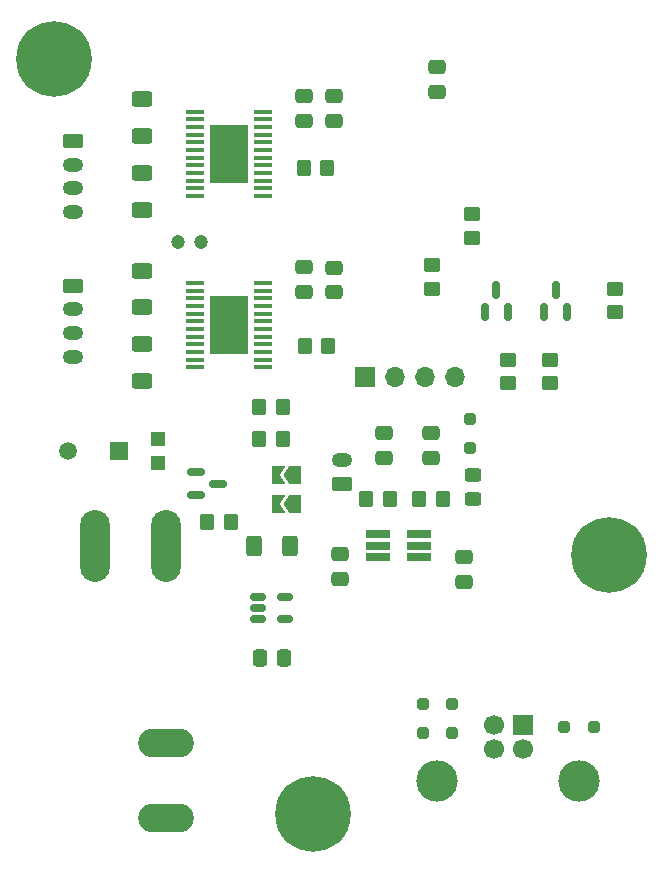
<source format=gbs>
G04 #@! TF.GenerationSoftware,KiCad,Pcbnew,8.0.5+dfsg-1*
G04 #@! TF.CreationDate,2025-08-13T00:48:16+00:00*
G04 #@! TF.ProjectId,telescope,74656c65-7363-46f7-9065-2e6b69636164,rev?*
G04 #@! TF.SameCoordinates,Original*
G04 #@! TF.FileFunction,Soldermask,Bot*
G04 #@! TF.FilePolarity,Negative*
%FSLAX46Y46*%
G04 Gerber Fmt 4.6, Leading zero omitted, Abs format (unit mm)*
G04 Created by KiCad (PCBNEW 8.0.5+dfsg-1) date 2025-08-13 00:48:16*
%MOMM*%
%LPD*%
G01*
G04 APERTURE LIST*
G04 Aperture macros list*
%AMRoundRect*
0 Rectangle with rounded corners*
0 $1 Rounding radius*
0 $2 $3 $4 $5 $6 $7 $8 $9 X,Y pos of 4 corners*
0 Add a 4 corners polygon primitive as box body*
4,1,4,$2,$3,$4,$5,$6,$7,$8,$9,$2,$3,0*
0 Add four circle primitives for the rounded corners*
1,1,$1+$1,$2,$3*
1,1,$1+$1,$4,$5*
1,1,$1+$1,$6,$7*
1,1,$1+$1,$8,$9*
0 Add four rect primitives between the rounded corners*
20,1,$1+$1,$2,$3,$4,$5,0*
20,1,$1+$1,$4,$5,$6,$7,0*
20,1,$1+$1,$6,$7,$8,$9,0*
20,1,$1+$1,$8,$9,$2,$3,0*%
%AMFreePoly0*
4,1,6,0.500000,-0.750000,-0.650000,-0.750000,-0.150000,0.000000,-0.650000,0.750000,0.500000,0.750000,0.500000,-0.750000,0.500000,-0.750000,$1*%
%AMFreePoly1*
4,1,6,1.000000,0.000000,0.500000,-0.750000,-0.500000,-0.750000,-0.500000,0.750000,0.500000,0.750000,1.000000,0.000000,1.000000,0.000000,$1*%
G04 Aperture macros list end*
%ADD10C,6.400000*%
%ADD11O,4.704000X2.454000*%
%ADD12O,2.500000X6.100000*%
%ADD13C,1.200000*%
%ADD14RoundRect,0.250000X-0.625000X0.350000X-0.625000X-0.350000X0.625000X-0.350000X0.625000X0.350000X0*%
%ADD15O,1.750000X1.200000*%
%ADD16R,1.700000X1.700000*%
%ADD17C,1.700000*%
%ADD18C,3.500000*%
%ADD19O,1.700000X1.700000*%
%ADD20RoundRect,0.250000X-0.625000X0.400000X-0.625000X-0.400000X0.625000X-0.400000X0.625000X0.400000X0*%
%ADD21RoundRect,0.250000X0.475000X-0.337500X0.475000X0.337500X-0.475000X0.337500X-0.475000X-0.337500X0*%
%ADD22RoundRect,0.250000X0.625000X-0.400000X0.625000X0.400000X-0.625000X0.400000X-0.625000X-0.400000X0*%
%ADD23RoundRect,0.250000X-0.475000X0.337500X-0.475000X-0.337500X0.475000X-0.337500X0.475000X0.337500X0*%
%ADD24R,2.000000X0.650000*%
%ADD25FreePoly0,180.000000*%
%ADD26FreePoly1,180.000000*%
%ADD27RoundRect,0.250000X-0.350000X-0.450000X0.350000X-0.450000X0.350000X0.450000X-0.350000X0.450000X0*%
%ADD28RoundRect,0.150000X-0.512500X-0.150000X0.512500X-0.150000X0.512500X0.150000X-0.512500X0.150000X0*%
%ADD29RoundRect,0.250000X0.450000X-0.350000X0.450000X0.350000X-0.450000X0.350000X-0.450000X-0.350000X0*%
%ADD30R,3.200000X5.000000*%
%ADD31RoundRect,0.100000X0.650000X0.100000X-0.650000X0.100000X-0.650000X-0.100000X0.650000X-0.100000X0*%
%ADD32RoundRect,0.150000X0.150000X-0.587500X0.150000X0.587500X-0.150000X0.587500X-0.150000X-0.587500X0*%
%ADD33RoundRect,0.250000X-0.337500X-0.475000X0.337500X-0.475000X0.337500X0.475000X-0.337500X0.475000X0*%
%ADD34RoundRect,0.250000X-0.250000X-0.250000X0.250000X-0.250000X0.250000X0.250000X-0.250000X0.250000X0*%
%ADD35C,1.500000*%
%ADD36RoundRect,0.250000X0.450000X-0.325000X0.450000X0.325000X-0.450000X0.325000X-0.450000X-0.325000X0*%
%ADD37RoundRect,0.250000X0.350000X0.450000X-0.350000X0.450000X-0.350000X-0.450000X0.350000X-0.450000X0*%
%ADD38RoundRect,0.250000X0.250000X-0.250000X0.250000X0.250000X-0.250000X0.250000X-0.250000X-0.250000X0*%
%ADD39R,1.200000X1.200000*%
%ADD40R,1.500000X1.600000*%
%ADD41RoundRect,0.150000X-0.587500X-0.150000X0.587500X-0.150000X0.587500X0.150000X-0.587500X0.150000X0*%
%ADD42RoundRect,0.250000X0.250000X0.250000X-0.250000X0.250000X-0.250000X-0.250000X0.250000X-0.250000X0*%
%ADD43RoundRect,0.250000X-0.400000X-0.625000X0.400000X-0.625000X0.400000X0.625000X-0.400000X0.625000X0*%
%ADD44RoundRect,0.250000X0.625000X-0.350000X0.625000X0.350000X-0.625000X0.350000X-0.625000X-0.350000X0*%
G04 APERTURE END LIST*
D10*
X231000000Y-127000000D03*
D11*
X193480000Y-142990000D03*
X193480000Y-149290000D03*
D12*
X187480000Y-126290000D03*
X193480000Y-126290000D03*
D10*
X184000000Y-85000000D03*
D13*
X196500000Y-100500000D03*
X194500000Y-100500000D03*
D10*
X206000000Y-149000000D03*
D14*
X185675000Y-92000000D03*
D15*
X185675000Y-94000000D03*
X185675000Y-96000000D03*
X185675000Y-98000000D03*
D16*
X223750000Y-141422500D03*
D17*
X221250000Y-141422500D03*
X221250000Y-143422500D03*
X223750000Y-143422500D03*
D18*
X228520000Y-146132500D03*
X216480000Y-146132500D03*
D16*
X210380000Y-112000000D03*
D19*
X212920000Y-112000000D03*
X215460000Y-112000000D03*
X218000000Y-112000000D03*
D14*
X185675000Y-104245000D03*
D15*
X185675000Y-106245000D03*
X185675000Y-108245000D03*
X185675000Y-110245000D03*
D20*
X191500000Y-88450000D03*
X191500000Y-91550000D03*
D21*
X211980000Y-118810168D03*
X211980000Y-116735168D03*
D22*
X191500000Y-112300000D03*
X191500000Y-109200000D03*
D23*
X205175000Y-88207500D03*
X205175000Y-90282500D03*
D24*
X211480000Y-127190000D03*
X211480000Y-126240000D03*
X211480000Y-125290000D03*
X214900000Y-125290000D03*
X214900000Y-126240000D03*
X214900000Y-127190000D03*
D25*
X203000000Y-120250000D03*
D26*
X204450000Y-120250000D03*
D20*
X191500000Y-102950000D03*
X191500000Y-106050000D03*
D21*
X215980000Y-118810168D03*
X215980000Y-116735168D03*
D27*
X197000000Y-124250000D03*
X199000000Y-124250000D03*
X201400000Y-117250000D03*
X203400000Y-117250000D03*
D28*
X201342500Y-132490000D03*
X201342500Y-131540000D03*
X201342500Y-130590000D03*
X203617500Y-130590000D03*
X203617500Y-132490000D03*
D22*
X191500000Y-97800000D03*
X191500000Y-94700000D03*
D23*
X216500000Y-85725000D03*
X216500000Y-87800000D03*
D29*
X219400000Y-100200000D03*
X219400000Y-98200000D03*
D30*
X198875000Y-107575000D03*
D31*
X196000000Y-104000000D03*
X196000000Y-104650000D03*
X196000000Y-105300000D03*
X196000000Y-105950000D03*
X196000000Y-106600000D03*
X196000000Y-107250000D03*
X196000000Y-107900000D03*
X196000000Y-108550000D03*
X196000000Y-109200000D03*
X196000000Y-109850000D03*
X196000000Y-110500000D03*
X196000000Y-111150000D03*
X201750000Y-111150000D03*
X201750000Y-110500000D03*
X201750000Y-109850000D03*
X201750000Y-109200000D03*
X201750000Y-108550000D03*
X201750000Y-107900000D03*
X201750000Y-107250000D03*
X201750000Y-106600000D03*
X201750000Y-105950000D03*
X201750000Y-105300000D03*
X201750000Y-104650000D03*
X201750000Y-104000000D03*
D32*
X227450000Y-106437500D03*
X225550000Y-106437500D03*
X226500000Y-104562500D03*
D21*
X207750000Y-104787500D03*
X207750000Y-102712500D03*
D29*
X216000000Y-104500000D03*
X216000000Y-102500000D03*
D33*
X201462500Y-135750000D03*
X203537500Y-135750000D03*
D21*
X208250000Y-129037500D03*
X208250000Y-126962500D03*
D34*
X215250000Y-139622668D03*
X217750000Y-139622668D03*
D35*
X185250000Y-118250000D03*
D32*
X222450000Y-106500000D03*
X220550000Y-106500000D03*
X221500000Y-104625000D03*
D30*
X198875000Y-93075000D03*
D31*
X196000000Y-89500000D03*
X196000000Y-90150000D03*
X196000000Y-90800000D03*
X196000000Y-91450000D03*
X196000000Y-92100000D03*
X196000000Y-92750000D03*
X196000000Y-93400000D03*
X196000000Y-94050000D03*
X196000000Y-94700000D03*
X196000000Y-95350000D03*
X196000000Y-96000000D03*
X196000000Y-96650000D03*
X201750000Y-96650000D03*
X201750000Y-96000000D03*
X201750000Y-95350000D03*
X201750000Y-94700000D03*
X201750000Y-94050000D03*
X201750000Y-93400000D03*
X201750000Y-92750000D03*
X201750000Y-92100000D03*
X201750000Y-91450000D03*
X201750000Y-90800000D03*
X201750000Y-90150000D03*
X201750000Y-89500000D03*
D36*
X219480000Y-122315000D03*
X219480000Y-120265000D03*
D37*
X203400000Y-114500000D03*
X201400000Y-114500000D03*
D34*
X215250000Y-142122668D03*
X217750000Y-142122668D03*
D29*
X226000000Y-112500000D03*
X226000000Y-110500000D03*
D27*
X205250000Y-109379900D03*
X207250000Y-109379900D03*
D26*
X204450000Y-122750000D03*
D25*
X203000000Y-122750000D03*
D38*
X219250000Y-118000000D03*
X219250000Y-115500000D03*
D23*
X205175000Y-102670000D03*
X205175000Y-104745000D03*
D37*
X214980000Y-122290000D03*
X216980000Y-122290000D03*
D39*
X192800000Y-117250000D03*
D40*
X189550000Y-118250000D03*
D39*
X192800000Y-119250000D03*
D27*
X205175000Y-94245000D03*
X207175000Y-94245000D03*
D41*
X196062500Y-121950000D03*
X196062500Y-120050000D03*
X197937500Y-121000000D03*
D42*
X229750000Y-141622668D03*
X227250000Y-141622668D03*
D21*
X218750000Y-129287500D03*
X218750000Y-127212500D03*
D29*
X222500000Y-112500000D03*
X222500000Y-110500000D03*
D37*
X210480000Y-122290000D03*
X212480000Y-122290000D03*
D21*
X207750000Y-90287500D03*
X207750000Y-88212500D03*
D43*
X200930000Y-126290000D03*
X204030000Y-126290000D03*
D29*
X231500000Y-106500000D03*
X231500000Y-104500000D03*
D15*
X208400000Y-119000000D03*
D44*
X208400000Y-121000000D03*
M02*

</source>
